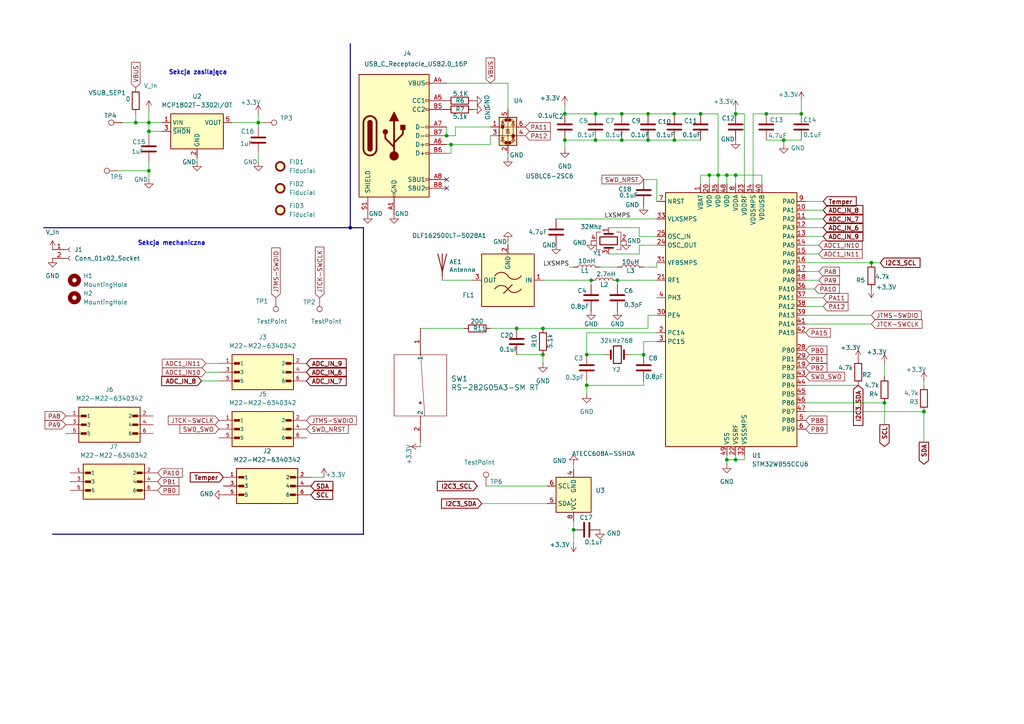
<source format=kicad_sch>
(kicad_sch (version 20231120) (generator "eeschema") (generator_version "8.0")
  (paper "A4")
  (lib_symbols
    (symbol "ALL_Components:M22-5320305" (pin_names (offset 1.016))
      (property "Reference" "J" (at -9.39 5.08 0))
      (property "Value" "M22-5320305" (at -8.89 -7.62 0))
      (symbol "M22-5320305_0_0"
        (pin passive line (at -12.7 2.54 0) (length 5.08) (name "1") (number "1"))
        (pin passive line (at 12.7 2.54 180) (length 5.08) (name "2") (number "2"))
        (pin passive line (at -12.7 0 0) (length 5.08) (name "3") (number "3"))
        (pin passive line (at 12.7 0 180) (length 5.08) (name "4") (number "4"))
        (pin passive line (at -12.7 -2.54 0) (length 5.08) (name "5") (number "5"))
        (pin passive line (at 12.7 -2.54 180) (length 5.08) (name "6") (number "6"))
      )
    )
    (symbol "ALL_Components:RS-282G05A3-SM_RT" (pin_names (offset 0.254))
      (property "Reference" "SW" (at 40.64 12.7 0))
      (property "Value" "RS-282G05A3-SM RT" (at 40.64 10.16 0))
      (symbol "RS-282G05A3-SM_RT_0_1"
        (pin unspecified line (at 25.4 0 0) (length 7.62) (name "1") (number "1"))
        (pin unspecified line (at 58.42 0 180) (length 7.62) (name "2") (number "2"))
      )
    )
    (symbol "Connector:Conn_01x02_Socket" (pin_names (offset 1.016) hide)
      (property "Reference" "J" (at 0 2.54 0))
      (property "Value" "Conn_01x02_Socket" (at 0 -5.08 0))
      (symbol "Conn_01x02_Socket_1_1"
        (pin passive line (at -5.08 0 0) (length 3.81) (name "Pin_1") (number "1"))
        (pin passive line (at -5.08 -2.54 0) (length 3.81) (name "Pin_2") (number "2"))
      )
    )
    (symbol "Connector:TestPoint" (pin_numbers hide) (pin_names (offset 0.762) hide)
      (property "Reference" "TP" (at 0 6.858 0))
      (property "Value" "TestPoint" (at 0 5.08 0))
      (symbol "TestPoint_1_1"
        (pin passive line (at 0 0 90) (length 2.54) (name "1") (number "1"))
      )
    )
    (symbol "Connector:USB_C_Receptacle_USB2.0_16P" (pin_names (offset 1.016))
      (property "Reference" "J" (at 0 22.225 0))
      (property "Value" "USB_C_Receptacle_USB2.0_16P" (at 0 19.685 0))
      (symbol "USB_C_Receptacle_USB2.0_16P_1_1"
        (pin passive line (at 0 -22.86 90) (length 5.08) (name "GND") (number "A1"))
        (pin passive line (at 0 -22.86 90) (length 5.08) hide (name "GND") (number "A12"))
        (pin passive line (at 15.24 15.24 180) (length 5.08) (name "VBUS") (number "A4"))
        (pin bidirectional line (at 15.24 10.16 180) (length 5.08) (name "CC1") (number "A5"))
        (pin bidirectional line (at 15.24 -2.54 180) (length 5.08) (name "D+") (number "A6"))
        (pin bidirectional line (at 15.24 2.54 180) (length 5.08) (name "D-") (number "A7"))
        (pin bidirectional line (at 15.24 -12.7 180) (length 5.08) (name "SBU1") (number "A8"))
        (pin passive line (at 15.24 15.24 180) (length 5.08) hide (name "VBUS") (number "A9"))
        (pin passive line (at 0 -22.86 90) (length 5.08) hide (name "GND") (number "B1"))
        (pin passive line (at 0 -22.86 90) (length 5.08) hide (name "GND") (number "B12"))
        (pin passive line (at 15.24 15.24 180) (length 5.08) hide (name "VBUS") (number "B4"))
        (pin bidirectional line (at 15.24 7.62 180) (length 5.08) (name "CC2") (number "B5"))
        (pin bidirectional line (at 15.24 -5.08 180) (length 5.08) (name "D+") (number "B6"))
        (pin bidirectional line (at 15.24 0 180) (length 5.08) (name "D-") (number "B7"))
        (pin bidirectional line (at 15.24 -15.24 180) (length 5.08) (name "SBU2") (number "B8"))
        (pin passive line (at 15.24 15.24 180) (length 5.08) hide (name "VBUS") (number "B9"))
        (pin passive line (at -7.62 -22.86 90) (length 5.08) (name "SHIELD") (number "S1"))
      )
    )
    (symbol "Device:Antenna" (pin_numbers hide) (pin_names (offset 1.016) hide)
      (property "Reference" "AE" (at -1.905 1.905 0))
      (property "Value" "Antenna" (at -1.905 0 0))
      (symbol "Antenna_1_1"
        (pin input line (at 0 -5.08 90) (length 2.54) (name "A") (number "1"))
      )
    )
    (symbol "Device:C" (pin_numbers hide) (pin_names (offset 0.254))
      (property "Reference" "C" (at 0.635 2.54 0))
      (property "Value" "C" (at 0.635 -2.54 0))
      (symbol "C_1_1"
        (pin passive line (at 0 3.81 270) (length 2.794) (name "~") (number "1"))
        (pin passive line (at 0 -3.81 90) (length 2.794) (name "~") (number "2"))
      )
    )
    (symbol "Device:Crystal" (pin_numbers hide) (pin_names (offset 1.016) hide)
      (property "Reference" "Y" (at 0 3.81 0))
      (property "Value" "Crystal" (at 0 -3.81 0))
      (symbol "Crystal_1_1"
        (pin passive line (at -3.81 0 0) (length 1.27) (name "1") (number "1"))
        (pin passive line (at 3.81 0 180) (length 1.27) (name "2") (number "2"))
      )
    )
    (symbol "Device:Crystal_GND24" (pin_names (offset 1.016) hide)
      (property "Reference" "Y" (at 3.175 5.08 0))
      (property "Value" "Crystal_GND24" (at 3.175 3.175 0))
      (symbol "Crystal_GND24_1_1"
        (pin passive line (at -3.81 0 0) (length 1.27) (name "1") (number "1"))
        (pin passive line (at 0 5.08 270) (length 1.27) (name "2") (number "2"))
        (pin passive line (at 3.81 0 180) (length 1.27) (name "3") (number "3"))
        (pin passive line (at 0 -5.08 90) (length 1.27) (name "4") (number "4"))
      )
    )
    (symbol "Device:L" (pin_numbers hide) (pin_names (offset 1.016) hide)
      (property "Reference" "L" (at -1.27 0 90))
      (property "Value" "L" (at 1.905 0 90))
      (symbol "L_1_1"
        (pin passive line (at 0 3.81 270) (length 1.27) (name "1") (number "1"))
        (pin passive line (at 0 -3.81 90) (length 1.27) (name "2") (number "2"))
      )
    )
    (symbol "Device:R" (pin_numbers hide) (pin_names (offset 0))
      (property "Reference" "R" (at 2.032 0 90))
      (property "Value" "R" (at 0 0 90))
      (symbol "R_1_1"
        (pin passive line (at 0 3.81 270) (length 1.27) (name "~") (number "1"))
        (pin passive line (at 0 -3.81 90) (length 1.27) (name "~") (number "2"))
      )
    )
    (symbol "MCU_ST_STM32WB:STM32WB55CCUx"
      (property "Reference" "U" (at -17.78 39.37 0))
      (property "Value" "STM32WB55CCUx" (at 12.7 39.37 0))
      (symbol "STM32WB55CCUx_1_1"
        (pin power_in line (at -7.62 40.64 270) (length 2.54) (name "VBAT") (number "1"))
        (pin bidirectional line (at 22.86 33.02 180) (length 2.54) (name "PA1") (number "10"))
        (pin bidirectional line (at 22.86 30.48 180) (length 2.54) (name "PA2") (number "11"))
        (pin bidirectional line (at 22.86 27.94 180) (length 2.54) (name "PA3") (number "12"))
        (pin bidirectional line (at 22.86 25.4 180) (length 2.54) (name "PA4") (number "13"))
        (pin bidirectional line (at 22.86 22.86 180) (length 2.54) (name "PA5") (number "14"))
        (pin bidirectional line (at 22.86 20.32 180) (length 2.54) (name "PA6") (number "15"))
        (pin bidirectional line (at 22.86 17.78 180) (length 2.54) (name "PA7") (number "16"))
        (pin bidirectional line (at 22.86 15.24 180) (length 2.54) (name "PA8") (number "17"))
        (pin bidirectional line (at 22.86 12.7 180) (length 2.54) (name "PA9") (number "18"))
        (pin bidirectional line (at 22.86 -12.7 180) (length 2.54) (name "PB2") (number "19"))
        (pin bidirectional line (at -20.32 -2.54 0) (length 2.54) (name "PC14") (number "2"))
        (pin power_in line (at -5.08 40.64 270) (length 2.54) (name "VDD") (number "20"))
        (pin bidirectional line (at -20.32 12.7 0) (length 2.54) (name "RF1") (number "21"))
        (pin power_in line (at 2.54 -38.1 90) (length 2.54) (name "VSSRF") (number "22"))
        (pin power_in line (at 5.08 40.64 270) (length 2.54) (name "VDDRF") (number "23"))
        (pin input line (at -20.32 22.86 0) (length 2.54) (name "OSC_OUT") (number "24"))
        (pin input line (at -20.32 25.4 0) (length 2.54) (name "OSC_IN") (number "25"))
        (pin no_connect line (at -17.78 -35.56 0) (length 2.54) hide (name "AT0") (number "26"))
        (pin no_connect line (at -17.78 -33.02 0) (length 2.54) hide (name "AT1") (number "27"))
        (pin bidirectional line (at 22.86 -7.62 180) (length 2.54) (name "PB0") (number "28"))
        (pin bidirectional line (at 22.86 -10.16 180) (length 2.54) (name "PB1") (number "29"))
        (pin bidirectional line (at -20.32 -5.08 0) (length 2.54) (name "PC15") (number "3"))
        (pin bidirectional line (at -20.32 2.54 0) (length 2.54) (name "PE4") (number "30"))
        (pin input line (at -20.32 17.78 0) (length 2.54) (name "VFBSMPS") (number "31"))
        (pin power_in line (at 5.08 -38.1 90) (length 2.54) (name "VSSSMPS") (number "32"))
        (pin power_in line (at -20.32 30.48 0) (length 2.54) (name "VLXSMPS") (number "33"))
        (pin power_in line (at 7.62 40.64 270) (length 2.54) (name "VDDSMPS") (number "34"))
        (pin power_in line (at -2.54 40.64 270) (length 2.54) (name "VDD") (number "35"))
        (pin bidirectional line (at 22.86 10.16 180) (length 2.54) (name "PA10") (number "36"))
        (pin bidirectional line (at 22.86 7.62 180) (length 2.54) (name "PA11") (number "37"))
        (pin bidirectional line (at 22.86 5.08 180) (length 2.54) (name "PA12") (number "38"))
        (pin bidirectional line (at 22.86 2.54 180) (length 2.54) (name "PA13") (number "39"))
        (pin bidirectional line (at -20.32 7.62 0) (length 2.54) (name "PH3") (number "4"))
        (pin power_in line (at 10.16 40.64 270) (length 2.54) (name "VDDUSB") (number "40"))
        (pin bidirectional line (at 22.86 0 180) (length 2.54) (name "PA14") (number "41"))
        (pin bidirectional line (at 22.86 -2.54 180) (length 2.54) (name "PA15") (number "42"))
        (pin bidirectional line (at 22.86 -15.24 180) (length 2.54) (name "PB3") (number "43"))
        (pin bidirectional line (at 22.86 -17.78 180) (length 2.54) (name "PB4") (number "44"))
        (pin bidirectional line (at 22.86 -20.32 180) (length 2.54) (name "PB5") (number "45"))
        (pin bidirectional line (at 22.86 -22.86 180) (length 2.54) (name "PB6") (number "46"))
        (pin bidirectional line (at 22.86 -25.4 180) (length 2.54) (name "PB7") (number "47"))
        (pin power_in line (at 0 40.64 270) (length 2.54) (name "VDD") (number "48"))
        (pin power_in line (at 0 -38.1 90) (length 2.54) (name "VSS") (number "49"))
        (pin bidirectional line (at 22.86 -27.94 180) (length 2.54) (name "PB8") (number "5"))
        (pin bidirectional line (at 22.86 -30.48 180) (length 2.54) (name "PB9") (number "6"))
        (pin input line (at -20.32 35.56 0) (length 2.54) (name "NRST") (number "7"))
        (pin power_in line (at 2.54 40.64 270) (length 2.54) (name "VDDA") (number "8"))
        (pin bidirectional line (at 22.86 35.56 180) (length 2.54) (name "PA0") (number "9"))
      )
    )
    (symbol "Mechanical:Fiducial" (exclude_from_sim yes) (in_bom no)
      (property "Reference" "FID" (at 0 5.08 0))
      (property "Value" "Fiducial" (at 0 3.175 0))
    )
    (symbol "Mechanical:MountingHole" (pin_names (offset 1.016)) (exclude_from_sim yes) (in_bom no)
      (property "Reference" "H" (at 0 5.08 0))
      (property "Value" "MountingHole" (at 0 3.175 0))
    )
    (symbol "Power_Protection:USBLC6-2SC6" (pin_names hide)
      (property "Reference" "U" (at 0.635 5.715 0))
      (property "Value" "USBLC6-2SC6" (at 0.635 3.81 0))
      (symbol "USBLC6-2SC6_1_1"
        (pin passive line (at -5.08 0 0) (length 2.54) (name "I/O1") (number "1"))
        (pin passive line (at 0 -7.62 90) (length 2.54) (name "GND") (number "2"))
        (pin passive line (at -5.08 -2.54 0) (length 2.54) (name "I/O2") (number "3"))
        (pin passive line (at 5.08 -2.54 180) (length 2.54) (name "I/O2") (number "4"))
        (pin passive line (at 0 5.08 270) (length 2.54) (name "VBUS") (number "5"))
        (pin passive line (at 5.08 0 180) (length 2.54) (name "I/O1") (number "6"))
      )
    )
    (symbol "RF_Filter:LFCN-2400"
      (property "Reference" "FL" (at 0 10.795 0))
      (property "Value" "LFCN-2400" (at 0 8.89 0))
      (symbol "LFCN-2400_1_1"
        (pin passive line (at -10.16 0 0) (length 2.54) (name "IN") (number "1"))
        (pin passive line (at 0 -10.16 90) (length 2.54) (name "GND") (number "2"))
        (pin passive line (at 10.16 0 180) (length 2.54) (name "OUT") (number "3"))
        (pin passive line (at 0 -10.16 90) (length 2.54) hide (name "GND") (number "4"))
      )
    )
    (symbol "Regulator_Linear:MCP1802x-xx02xOT"
      (property "Reference" "U" (at -6.35 6.35 0))
      (property "Value" "MCP1802x-xx02xOT" (at 0 6.35 0))
      (symbol "MCP1802x-xx02xOT_1_1"
        (pin power_in line (at -10.16 2.54 0) (length 2.54) (name "VIN") (number "1"))
        (pin power_in line (at 0 -7.62 90) (length 2.54) (name "GND") (number "2"))
        (pin input line (at -10.16 0 0) (length 2.54) (name "~{SHDN}") (number "3"))
        (pin no_connect line (at 7.62 0 180) (length 2.54) hide (name "NC") (number "4"))
        (pin power_out line (at 10.16 2.54 180) (length 2.54) (name "VOUT") (number "5"))
      )
    )
    (symbol "Security:ATECC608A-SSHDA"
      (property "Reference" "U" (at 3.81 6.35 0))
      (property "Value" "ATECC608A-SSHDA" (at 10.16 -6.35 0))
      (symbol "ATECC608A-SSHDA_1_1"
        (pin no_connect line (at -5.08 2.54 0) (length 2.54) hide (name "NC") (number "1"))
        (pin no_connect line (at -5.08 0 0) (length 2.54) hide (name "NC") (number "2"))
        (pin no_connect line (at -5.08 -2.54 0) (length 2.54) hide (name "NC") (number "3"))
        (pin power_in line (at 0 -7.62 90) (length 2.54) (name "GND") (number "4"))
        (pin bidirectional line (at 7.62 2.54 180) (length 2.54) (name "SDA") (number "5"))
        (pin input line (at 7.62 -2.54 180) (length 2.54) (name "SCL") (number "6"))
        (pin no_connect line (at 5.08 0 180) (length 2.54) hide (name "NC") (number "7"))
        (pin power_in line (at 0 7.62 270) (length 2.54) (name "VCC") (number "8"))
      )
    )
    (symbol "power:+3.3V" (power) (pin_numbers hide) (pin_names (offset 0) hide)
      (property "Value" "+3.3V" (at 0 3.556 0))
      (symbol "+3.3V_1_1"
        (pin power_in line (at 0 0 90) (length 0) (name "~") (number "1"))
      )
    )
    (symbol "power:GND" (power) (pin_numbers hide) (pin_names (offset 0) hide)
      (property "Value" "GND" (at 0 -3.81 0))
      (symbol "GND_1_1"
        (pin power_in line (at 0 0 270) (length 0) (name "~") (number "1"))
      )
    )
  )
  (junction (at 172.72 33.02))
  (junction (at 163.83 33.02))
  (junction (at 163.83 40.64))
  (junction (at 172.72 40.64))
  (junction (at 187.96 33.02))
  (junction (at 213.36 133.35))
  (junction (at 166.37 153.67))
  (junction (at 157.48 102.87))
  (junction (at 43.18 38.1))
  (junction (at 213.36 50.8))
  (junction (at 157.48 95.25))
  (junction (at 227.33 40.64))
  (junction (at 130.81 41.91))
  (junction (at 187.96 40.64))
  (junction (at 170.18 102.87))
  (junction (at 129.54 39.37))
  (junction (at 170.18 111.76))
  (junction (at 195.58 40.64))
  (junction (at 232.41 33.02))
  (junction (at 101.6 66.04))
  (junction (at 210.82 50.8))
  (junction (at 222.25 33.02))
  (junction (at 179.07 81.28))
  (junction (at 43.18 35.56))
  (junction (at 180.34 40.64))
  (junction (at 171.45 81.28))
  (junction (at 74.93 35.56))
  (junction (at 39.37 35.56))
  (junction (at 252.73 76.2))
  (junction (at 203.2 33.02))
  (junction (at 180.34 33.02))
  (junction (at 43.18 49.53))
  (junction (at 205.74 50.8))
  (junction (at 256.54 116.84))
  (junction (at 149.86 95.25))
  (junction (at 213.36 33.02))
  (junction (at 267.97 119.38))
  (junction (at 210.82 133.35))
  (junction (at 186.69 102.87))
  (junction (at 195.58 33.02))
  (junction (at 208.28 50.8))
  (no_connect (at 129.54 54.61))
  (no_connect (at 129.54 52.07))
  (wire (pts (xy 43.18 38.1) (xy 43.18 35.56)))
  (wire (pts (xy 213.36 33.02) (xy 215.9 33.02)))
  (wire (pts (xy 74.93 35.56) (xy 74.93 36.83)))
  (wire (pts (xy 170.18 111.76) (xy 170.18 114.3)))
  (wire (pts (xy 185.42 68.58) (xy 185.42 66.04)))
  (wire (pts (xy 210.82 133.35) (xy 213.36 133.35)))
  (bus (pts (xy 105.41 154.94) (xy 105.41 66.04)))
  (wire (pts (xy 58.42 110.49) (xy 63.5 110.49)))
  (wire (pts (xy 170.18 102.87) (xy 175.26 102.87)))
  (wire (pts (xy 195.58 33.02) (xy 203.2 33.02)))
  (wire (pts (xy 238.76 58.42) (xy 233.68 58.42)))
  (wire (pts (xy 187.96 91.44) (xy 187.96 95.25)))
  (wire (pts (xy 129.54 24.13) (xy 147.32 24.13)))
  (wire (pts (xy 67.31 35.56) (xy 74.93 35.56)))
  (wire (pts (xy 222.25 40.64) (xy 227.33 40.64)))
  (wire (pts (xy 213.36 31.75) (xy 213.36 33.02)))
  (wire (pts (xy 186.69 102.87) (xy 186.69 99.06)))
  (wire (pts (xy 34.29 49.53) (xy 43.18 49.53)))
  (wire (pts (xy 46.99 38.1) (xy 43.18 38.1)))
  (wire (pts (xy 140.97 140.97) (xy 158.75 140.97)))
  (wire (pts (xy 233.68 116.84) (xy 256.54 116.84)))
  (wire (pts (xy 187.96 33.02) (xy 195.58 33.02)))
  (wire (pts (xy 186.69 77.47) (xy 190.5 77.47)))
  (wire (pts (xy 129.54 44.45) (xy 130.81 44.45)))
  (wire (pts (xy 170.18 110.49) (xy 170.18 111.76)))
  (wire (pts (xy 132.08 39.37) (xy 132.08 36.83)))
  (wire (pts (xy 238.76 68.58) (xy 233.68 68.58)))
  (wire (pts (xy 213.36 133.35) (xy 213.36 132.08)))
  (wire (pts (xy 190.5 68.58) (xy 185.42 68.58)))
  (wire (pts (xy 237.49 73.66) (xy 233.68 73.66)))
  (wire (pts (xy 208.28 50.8) (xy 210.82 50.8)))
  (wire (pts (xy 238.76 88.9) (xy 233.68 88.9)))
  (wire (pts (xy 43.18 38.1) (xy 43.18 39.37)))
  (wire (pts (xy 237.49 71.12) (xy 233.68 71.12)))
  (wire (pts (xy 163.83 33.02) (xy 172.72 33.02)))
  (wire (pts (xy 203.2 53.34) (xy 203.2 50.8)))
  (wire (pts (xy 186.69 52.07) (xy 190.5 52.07)))
  (wire (pts (xy 233.68 76.2) (xy 252.73 76.2)))
  (wire (pts (xy 39.37 33.02) (xy 39.37 35.56)))
  (wire (pts (xy 43.18 35.56) (xy 46.99 35.56)))
  (wire (pts (xy 93.98 138.43) (xy 90.17 138.43)))
  (wire (pts (xy 121.92 95.25) (xy 134.62 95.25)))
  (wire (pts (xy 190.5 77.47) (xy 190.5 76.2)))
  (wire (pts (xy 43.18 52.07) (xy 43.18 49.53)))
  (wire (pts (xy 161.29 63.5) (xy 190.5 63.5)))
  (wire (pts (xy 213.36 133.35) (xy 215.9 133.35)))
  (wire (pts (xy 179.07 81.28) (xy 179.07 82.55)))
  (wire (pts (xy 203.2 50.8) (xy 205.74 50.8)))
  (wire (pts (xy 256.54 109.22) (xy 256.54 105.41)))
  (wire (pts (xy 39.37 35.56) (xy 43.18 35.56)))
  (wire (pts (xy 59.69 105.41) (xy 63.5 105.41)))
  (wire (pts (xy 233.68 119.38) (xy 267.97 119.38)))
  (wire (pts (xy 218.44 33.02) (xy 218.44 53.34)))
  (wire (pts (xy 130.81 41.91) (xy 129.54 41.91)))
  (wire (pts (xy 43.18 31.75) (xy 43.18 35.56)))
  (wire (pts (xy 213.36 50.8) (xy 220.98 50.8)))
  (wire (pts (xy 190.5 96.52) (xy 170.18 96.52)))
  (wire (pts (xy 163.83 40.64) (xy 163.83 43.18)))
  (wire (pts (xy 180.34 33.02) (xy 187.96 33.02)))
  (wire (pts (xy 205.74 50.8) (xy 208.28 50.8)))
  (wire (pts (xy 128.27 81.28) (xy 137.16 81.28)))
  (wire (pts (xy 173.99 77.47) (xy 179.07 77.47)))
  (bus (pts (xy 105.41 66.04) (xy 101.6 66.04)))
  (wire (pts (xy 210.82 133.35) (xy 210.82 134.62)))
  (wire (pts (xy 166.37 157.48) (xy 166.37 153.67)))
  (wire (pts (xy 208.28 50.8) (xy 208.28 53.34)))
  (wire (pts (xy 166.37 153.67) (xy 166.37 151.13)))
  (wire (pts (xy 139.7 146.05) (xy 158.75 146.05)))
  (wire (pts (xy 267.97 110.49) (xy 267.97 111.76)))
  (wire (pts (xy 195.58 40.64) (xy 203.2 40.64)))
  (wire (pts (xy 227.33 41.91) (xy 227.33 40.64)))
  (wire (pts (xy 147.32 45.72) (xy 147.32 44.45)))
  (wire (pts (xy 170.18 96.52) (xy 170.18 102.87)))
  (wire (pts (xy 76.2 35.56) (xy 74.93 35.56)))
  (wire (pts (xy 130.81 44.45) (xy 130.81 41.91)))
  (wire (pts (xy 176.53 66.04) (xy 185.42 66.04)))
  (wire (pts (xy 238.76 86.36) (xy 233.68 86.36)))
  (wire (pts (xy 157.48 81.28) (xy 171.45 81.28)))
  (wire (pts (xy 185.42 73.66) (xy 185.42 71.12)))
  (wire (pts (xy 149.86 102.87) (xy 157.48 102.87)))
  (wire (pts (xy 210.82 50.8) (xy 213.36 50.8)))
  (wire (pts (xy 176.53 73.66) (xy 185.42 73.66)))
  (wire (pts (xy 172.72 40.64) (xy 180.34 40.64)))
  (wire (pts (xy 142.24 95.25) (xy 149.86 95.25)))
  (wire (pts (xy 190.5 52.07) (xy 190.5 58.42)))
  (wire (pts (xy 187.96 40.64) (xy 195.58 40.64)))
  (wire (pts (xy 220.98 50.8) (xy 220.98 53.34)))
  (wire (pts (xy 232.41 29.21) (xy 232.41 33.02)))
  (wire (pts (xy 227.33 40.64) (xy 232.41 40.64)))
  (bus (pts (xy 101.6 12.7) (xy 101.6 66.04)))
  (wire (pts (xy 215.9 33.02) (xy 215.9 53.34)))
  (wire (pts (xy 233.68 111.76) (xy 248.92 111.76)))
  (wire (pts (xy 232.41 33.02) (xy 222.25 33.02)))
  (wire (pts (xy 222.25 33.02) (xy 218.44 33.02)))
  (wire (pts (xy 166.37 134.62) (xy 166.37 135.89)))
  (wire (pts (xy 255.27 76.2) (xy 252.73 76.2)))
  (wire (pts (xy 237.49 78.74) (xy 233.68 78.74)))
  (wire (pts (xy 205.74 50.8) (xy 205.74 53.34)))
  (wire (pts (xy 129.54 39.37) (xy 132.08 39.37)))
  (wire (pts (xy 179.07 81.28) (xy 190.5 81.28)))
  (wire (pts (xy 187.96 95.25) (xy 157.48 95.25)))
  (wire (pts (xy 132.08 36.83) (xy 142.24 36.83)))
  (wire (pts (xy 256.54 116.84) (xy 256.54 123.19)))
  (wire (pts (xy 59.69 107.95) (xy 63.5 107.95)))
  (wire (pts (xy 180.34 40.64) (xy 187.96 40.64)))
  (wire (pts (xy 233.68 93.98) (xy 252.73 93.98)))
  (wire (pts (xy 182.88 102.87) (xy 186.69 102.87)))
  (wire (pts (xy 233.68 91.44) (xy 252.73 91.44)))
  (wire (pts (xy 172.72 33.02) (xy 180.34 33.02)))
  (wire (pts (xy 149.86 95.25) (xy 157.48 95.25)))
  (bus (pts (xy 12.7 66.04) (xy 101.6 66.04)))
  (wire (pts (xy 163.83 40.64) (xy 172.72 40.64)))
  (wire (pts (xy 267.97 128.27) (xy 267.97 119.38)))
  (wire (pts (xy 142.24 41.91) (xy 130.81 41.91)))
  (wire (pts (xy 43.18 46.99) (xy 43.18 49.53)))
  (wire (pts (xy 208.28 33.02) (xy 203.2 33.02)))
  (wire (pts (xy 185.42 71.12) (xy 190.5 71.12)))
  (wire (pts (xy 166.37 77.47) (xy 165.1 77.47)))
  (wire (pts (xy 215.9 133.35) (xy 215.9 132.08)))
  (wire (pts (xy 74.93 33.02) (xy 74.93 35.56)))
  (wire (pts (xy 186.69 111.76) (xy 186.69 110.49)))
  (wire (pts (xy 210.82 133.35) (xy 210.82 132.08)))
  (wire (pts (xy 171.45 81.28) (xy 171.45 82.55)))
  (wire (pts (xy 121.92 129.54) (xy 121.92 128.27)))
  (wire (pts (xy 236.22 83.82) (xy 233.68 83.82)))
  (wire (pts (xy 238.76 63.5) (xy 233.68 63.5)))
  (wire (pts (xy 142.24 39.37) (xy 142.24 41.91)))
  (wire (pts (xy 208.28 33.02) (xy 208.28 50.8)))
  (wire (pts (xy 213.36 50.8) (xy 213.36 53.34)))
  (wire (pts (xy 157.48 102.87) (xy 157.48 105.41)))
  (wire (pts (xy 35.56 35.56) (xy 39.37 35.56)))
  (wire (pts (xy 190.5 91.44) (xy 187.96 91.44)))
  (wire (pts (xy 147.32 24.13) (xy 147.32 31.75)))
  (wire (pts (xy 238.76 66.04) (xy 233.68 66.04)))
  (wire (pts (xy 163.83 30.48) (xy 163.83 33.02)))
  (wire (pts (xy 147.32 71.12) (xy 147.32 69.85)))
  (wire (pts (xy 74.93 46.99) (xy 74.93 44.45)))
  (wire (pts (xy 57.15 46.99) (xy 57.15 45.72)))
  (wire (pts (xy 186.69 99.06) (xy 190.5 99.06)))
  (wire (pts (xy 129.54 36.83) (xy 129.54 39.37)))
  (wire (pts (xy 210.82 50.8) (xy 210.82 53.34)))
  (wire (pts (xy 237.49 81.28) (xy 233.68 81.28)))
  (wire (pts (xy 238.76 60.96) (xy 233.68 60.96)))
  (wire (pts (xy 170.18 111.76) (xy 186.69 111.76)))
  (bus (pts (xy 15.24 154.94) (xy 105.41 154.94)))
  (text "Sekcja mechaniczna" (at 49.784 70.612 0) (effects (font (size 1.27 1.27) (thickness 0.254) (bold yes))))
  (text "Sekcja zasilająca" (at 57.404 21.082 0) (effects (font (size 1.27 1.27) (thickness 0.254) (bold yes))))
  (label "LXSMPS" (at 182.88 63.5 180))
  (label "LXSMPS" (at 165.1 77.47 180))
  (global_label "ADC1_IN10" (shape input) (at 237.49 71.12 0) (property "Intersheetrefs" "${INTERSHEET_REFS}" (effects (hide yes))))
  (global_label "ADC_IN_8" (shape input) (at 58.42 110.49 180) (effects (font (bold yes))) (property "Intersheetrefs" "${INTERSHEET_REFS}" (effects (hide yes))))
  (global_label "PA9" (shape input) (at 19.05 123.19 180) (property "Intersheetrefs" "${INTERSHEET_REFS}" (effects (hide yes))))
  (global_label "PB9" (shape input) (at 233.68 124.46 0) (property "Intersheetrefs" "${INTERSHEET_REFS}" (effects (hide yes))))
  (global_label "VBUS" (shape input) (at 142.24 24.13 90) (property "Intersheetrefs" "${INTERSHEET_REFS}" (effects (hide yes))))
  (global_label "PA12" (shape input) (at 238.76 88.9 0) (property "Intersheetrefs" "${INTERSHEET_REFS}" (effects (hide yes))))
  (global_label "ADC1_IN11" (shape input) (at 237.49 73.66 0) (property "Intersheetrefs" "${INTERSHEET_REFS}" (effects (hide yes))))
  (global_label "I2C3_SDA" (shape input) (at 139.7 146.05 180) (effects (font (bold yes))) (property "Intersheetrefs" "${INTERSHEET_REFS}" (effects (hide yes))))
  (global_label "JTMS-SWDIO" (shape input) (at 88.9 121.92 0) (property "Intersheetrefs" "${INTERSHEET_REFS}" (effects (hide yes))))
  (global_label "PB0" (shape input) (at 233.68 101.6 0) (property "Intersheetrefs" "${INTERSHEET_REFS}" (effects (hide yes))))
  (global_label "PB1" (shape input) (at 233.68 104.14 0) (property "Intersheetrefs" "${INTERSHEET_REFS}" (effects (hide yes))))
  (global_label "PB2" (shape input) (at 233.68 106.68 0) (property "Intersheetrefs" "${INTERSHEET_REFS}" (effects (hide yes))))
  (global_label "PA11" (shape input) (at 152.4 36.83 0) (property "Intersheetrefs" "${INTERSHEET_REFS}" (effects (hide yes))))
  (global_label "JTMS-SWDIO" (shape input) (at 80.01 86.36 90) (property "Intersheetrefs" "${INTERSHEET_REFS}" (effects (hide yes))))
  (global_label "SWD_SWO" (shape input) (at 233.68 109.22 0) (property "Intersheetrefs" "${INTERSHEET_REFS}" (effects (hide yes))))
  (global_label "PA15" (shape input) (at 233.68 96.52 0) (property "Intersheetrefs" "${INTERSHEET_REFS}" (effects (hide yes))))
  (global_label "ADC_IN_7" (shape input) (at 238.76 63.5 0) (effects (font (bold yes))) (property "Intersheetrefs" "${INTERSHEET_REFS}" (effects (hide yes))))
  (global_label "PA8" (shape input) (at 19.05 120.65 180) (property "Intersheetrefs" "${INTERSHEET_REFS}" (effects (hide yes))))
  (global_label "SDA" (shape input) (at 90.17 140.97 0) (effects (font (bold yes))) (property "Intersheetrefs" "${INTERSHEET_REFS}" (effects (hide yes))))
  (global_label "ADC_IN_8" (shape input) (at 238.76 60.96 0) (effects (font (bold yes))) (property "Intersheetrefs" "${INTERSHEET_REFS}" (effects (hide yes))))
  (global_label "VBUS" (shape input) (at 39.37 25.4 90) (property "Intersheetrefs" "${INTERSHEET_REFS}" (effects (hide yes))))
  (global_label "ADC_IN_7" (shape input) (at 88.9 110.49 0) (effects (font (bold yes))) (property "Intersheetrefs" "${INTERSHEET_REFS}" (effects (hide yes))))
  (global_label "ADC1_IN11" (shape input) (at 59.69 105.41 180) (property "Intersheetrefs" "${INTERSHEET_REFS}" (effects (hide yes))))
  (global_label "PA12" (shape input) (at 152.4 39.37 0) (property "Intersheetrefs" "${INTERSHEET_REFS}" (effects (hide yes))))
  (global_label "PA8" (shape input) (at 237.49 78.74 0) (property "Intersheetrefs" "${INTERSHEET_REFS}" (effects (hide yes))))
  (global_label "PB8" (shape input) (at 233.68 121.92 0) (property "Intersheetrefs" "${INTERSHEET_REFS}" (effects (hide yes))))
  (global_label "JTCK-SWCLK" (shape input) (at 252.73 93.98 0) (property "Intersheetrefs" "${INTERSHEET_REFS}" (effects (hide yes))))
  (global_label "I2C3_SDA" (shape input) (at 248.92 111.76 270) (effects (font (bold yes))) (property "Intersheetrefs" "${INTERSHEET_REFS}" (effects (hide yes))))
  (global_label "ADC_IN_9" (shape input) (at 88.9 105.41 0) (effects (font (bold yes))) (property "Intersheetrefs" "${INTERSHEET_REFS}" (effects (hide yes))))
  (global_label "PA9" (shape input) (at 237.49 81.28 0) (property "Intersheetrefs" "${INTERSHEET_REFS}" (effects (hide yes))))
  (global_label "SCL" (shape input) (at 90.17 143.51 0) (effects (font (bold yes))) (property "Intersheetrefs" "${INTERSHEET_REFS}" (effects (hide yes))))
  (global_label "PA10" (shape input) (at 45.72 137.16 0) (property "Intersheetrefs" "${INTERSHEET_REFS}" (effects (hide yes))))
  (global_label "ADC1_IN10" (shape input) (at 59.69 107.95 180) (property "Intersheetrefs" "${INTERSHEET_REFS}" (effects (hide yes))))
  (global_label "SDA" (shape output) (at 267.97 128.27 270) (effects (font (bold yes))) (property "Intersheetrefs" "${INTERSHEET_REFS}" (effects (hide yes))))
  (global_label "PA11" (shape input) (at 238.76 86.36 0) (property "Intersheetrefs" "${INTERSHEET_REFS}" (effects (hide yes))))
  (global_label "ADC_IN_6" (shape input) (at 88.9 107.95 0) (effects (font (bold yes))) (property "Intersheetrefs" "${INTERSHEET_REFS}" (effects (hide yes))))
  (global_label "SWD_NRST" (shape input) (at 186.69 52.07 180) (property "Intersheetrefs" "${INTERSHEET_REFS}" (effects (hide yes))))
  (global_label "JTMS-SWDIO" (shape input) (at 252.73 91.44 0) (property "Intersheetrefs" "${INTERSHEET_REFS}" (effects (hide yes))))
  (global_label "Temper" (shape input) (at 238.76 58.42 0) (effects (font (bold yes))) (property "Intersheetrefs" "${INTERSHEET_REFS}" (effects (hide yes))))
  (global_label "JTCK-SWCLK" (shape input) (at 92.71 86.36 90) (property "Intersheetrefs" "${INTERSHEET_REFS}" (effects (hide yes))))
  (global_label "ADC_IN_9" (shape input) (at 238.76 68.58 0) (effects (font (bold yes))) (property "Intersheetrefs" "${INTERSHEET_REFS}" (effects (hide yes))))
  (global_label "PB0" (shape input) (at 45.72 142.24 0) (property "Intersheetrefs" "${INTERSHEET_REFS}" (effects (hide yes))))
  (global_label "SCL" (shape output) (at 256.54 123.19 270) (effects (font (bold yes))) (property "Intersheetrefs" "${INTERSHEET_REFS}" (effects (hide yes))))
  (global_label "PB1" (shape input) (at 45.72 139.7 0) (property "Intersheetrefs" "${INTERSHEET_REFS}" (effects (hide yes))))
  (global_label "ADC_IN_6" (shape input) (at 238.76 66.04 0) (effects (font (bold yes))) (property "Intersheetrefs" "${INTERSHEET_REFS}" (effects (hide yes))))
  (global_label "PA10" (shape input) (at 236.22 83.82 0) (property "Intersheetrefs" "${INTERSHEET_REFS}" (effects (hide yes))))
  (global_label "I2C3_SCL" (shape input) (at 138.43 140.97 180) (effects (font (bold yes))) (property "Intersheetrefs" "${INTERSHEET_REFS}" (effects (hide yes))))
  (global_label "SWD_SWO" (shape input) (at 63.5 124.46 180) (property "Intersheetrefs" "${INTERSHEET_REFS}" (effects (hide yes))))
  (global_label "JTCK-SWCLK" (shape input) (at 63.5 121.92 180) (property "Intersheetrefs" "${INTERSHEET_REFS}" (effects (hide yes))))
  (global_label "I2C3_SCL" (shape input) (at 255.27 76.2 0) (effects (font (bold yes))) (property "Intersheetrefs" "${INTERSHEET_REFS}" (effects (hide yes))))
  (global_label "Temper" (shape input) (at 64.77 138.43 180) (effects (font (bold yes))) (property "Intersheetrefs" "${INTERSHEET_REFS}" (effects (hide yes))))
  (global_label "SWD_NRST" (shape input) (at 88.9 124.46 0) (property "Intersheetrefs" "${INTERSHEET_REFS}" (effects (hide yes))))
  (symbol (lib_id "power:GND") (at 227.33 41.91 0) (unit 1)
    (property "Reference" "#PWR013" (effects (hide yes)))
    (property "Value" "GND" (at 231.394 42.926 0))
    (property "Description" "Power symbol creates a global label with name \"GND\" , ground" (effects (hide yes)))
  )
  (symbol (lib_id "Device:C") (at 171.45 86.36 180) (unit 1)
    (property "Reference" "C4" (at 170.18 84.328 0) (effects (justify left)))
    (property "Value" "0.8pF" (at 170.942 88.9 0) (effects (justify left)))
    (property "Footprint" "Capacitor_SMD:C_0402_1005Metric_Pad0.74x0.62mm_HandSolder" (effects (hide yes)))
    (property "Description" "Unpolarized capacitor" (effects (hide yes)))
    (property "MANUFACTURER" "YAGEO" (effects (hide yes)))
    (property "Manufacturer Product Number" "CC0402BRNPO9BNR80" (effects (hide yes)))
    (property "Provider" "https://www.digikey.pl/en/products/detail/yageo/CC0402BRNPO9BNR80/5883200" (effects (hide yes)))
  )
  (symbol (lib_id "Device:C") (at 170.18 153.67 90) (unit 1)
    (property "Reference" "C17" (at 171.958 150.114 90) (effects (justify left)))
    (property "Value" "0.1uF" (at 175.006 157.226 90) (effects (justify left)))
    (property "Footprint" "Capacitor_SMD:C_0402_1005Metric_Pad0.74x0.62mm_HandSolder" (effects (hide yes)))
    (property "Description" "Unpolarized capacitor" (effects (hide yes)))
    (property "MANUFACTURER" "YAEGO" (effects (hide yes)))
    (property "Manufacturer Product Number" "CL10B104KB8NNNC" (effects (hide yes)))
    (property "PARTREV" "CC0402JRNPO9BN101" (effects (hide yes)))
    (property "Provider" "https://www.digikey.pl/en/products/detail/samsung-electro-mechanics/CL10B104KB8NNNC/3886658" (effects (hide yes)))
  )
  (symbol (lib_id "power:GND") (at 147.32 45.72 0) (unit 1)
    (property "Reference" "#PWR034" (effects (hide yes)))
    (property "Value" "GND" (at 151.892 44.958 0) (effects (justify right)))
    (property "Description" "Power symbol creates a global label with name \"GND\" , ground" (effects (hide yes)))
  )
  (symbol (lib_id "power:+3.3V") (at 267.97 110.49 0) (unit 1)
    (property "Reference" "#PWR027" (effects (hide yes)))
    (property "Value" "+3.3V" (at 265.684 107.188 0))
    (property "Description" "Power symbol creates a global label with name \"+3.3V\"" (effects (hide yes)))
  )
  (symbol (lib_id "ALL_Components:M22-5320305") (at 33.02 139.7 0) (unit 1)
    (property "Reference" "J7" (at 33.02 129.54 0))
    (property "Value" "M22-M22-6340342" (at 33.02 132.08 0))
    (property "Footprint" "ALL_FOOTRPINTS:HARWIN_M22-6340342" (effects (hide yes)))
    (property "MANUFACTURER" "HARWIN" (effects (hide yes)))
    (property "STANDARD" "Manufacturer Recommendations" (effects (hide yes)))
    (property "Manufacturer Product Number" "M22-6340342" (effects (hide yes)))
    (property "Provider" "https://www.digikey.pl/en/products/detail/harwin-inc/M22-6340342/2264326" (effects (hide yes)))
  )
  (symbol (lib_id "power:+3.3V") (at 232.41 29.21 0) (unit 1)
    (property "Reference" "#PWR014" (effects (hide yes)))
    (property "Value" "+3.3V" (at 228.6 27.432 0))
    (property "Description" "Power symbol creates a global label with name \"+3.3V\"" (effects (hide yes)))
  )
  (symbol (lib_id "power:GND") (at 179.07 90.17 0) (unit 1)
    (property "Reference" "#PWR08" (effects (hide yes)))
    (property "Value" "GND" (at 179.07 93.98 0))
    (property "Description" "Power symbol creates a global label with name \"GND\" , ground" (effects (hide yes)))
  )
  (symbol (lib_id "Device:C") (at 195.58 36.83 0) (unit 1)
    (property "Reference" "C10" (at 190.754 35.306 0) (effects (justify left)))
    (property "Value" "0.1uF" (at 190.246 39.116 0) (effects (justify left)))
    (property "Footprint" "Capacitor_SMD:C_0402_1005Metric_Pad0.74x0.62mm_HandSolder" (effects (hide yes)))
    (property "Description" "Unpolarized capacitor" (effects (hide yes)))
    (property "MANUFACTURER" "YAEGO" (effects (hide yes)))
    (property "Manufacturer Product Number" "CL10B104KB8NNNC" (effects (hide yes)))
    (property "PARTREV" "CC0402JRNPO9BN101" (effects (hide yes)))
    (property "Provider" "https://www.digikey.pl/en/products/detail/samsung-electro-mechanics/CL10B104KB8NNNC/3886658" (effects (hide yes)))
  )
  (symbol (lib_id "power:+3.3V") (at 248.92 104.14 0) (unit 1)
    (property "Reference" "#PWR032" (effects (hide yes)))
    (property "Value" "+3.3V" (at 246.634 100.838 0))
    (property "Description" "Power symbol creates a global label with name \"+3.3V\"" (effects (hide yes)))
  )
  (symbol (lib_id "power:GND") (at 166.37 134.62 180) (unit 1)
    (property "Reference" "#PWR030" (effects (hide yes)))
    (property "Value" "GND" (at 162.306 133.604 0))
    (property "Description" "Power symbol creates a global label with name \"GND\" , ground" (effects (hide yes)))
  )
  (symbol (lib_id "ALL_Components:M22-5320305") (at 76.2 107.95 0) (unit 1)
    (property "Reference" "J3" (at 76.2 97.79 0))
    (property "Value" "M22-M22-6340342" (at 76.2 100.33 0))
    (property "Footprint" "ALL_FOOTRPINTS:HARWIN_M22-6340342" (effects (hide yes)))
    (property "MANUFACTURER" "HARWIN" (effects (hide yes)))
    (property "STANDARD" "Manufacturer Recommendations" (effects (hide yes)))
    (property "Manufacturer Product Number" "M22-6340342" (effects (hide yes)))
    (property "Provider" "https://www.digikey.pl/en/products/detail/harwin-inc/M22-6340342/2264326" (effects (hide yes)))
  )
  (symbol (lib_id "Device:R") (at 256.54 113.03 0) (unit 1)
    (property "Reference" "R4" (at 254.762 114.3 0) (effects (justify right)))
    (property "Value" "4.7k" (at 255.016 111.76 0) (effects (justify right)))
    (property "Footprint" "Resistor_SMD:R_0402_1005Metric_Pad0.72x0.64mm_HandSolder" (effects (hide yes)))
    (property "Description" "Resistor" (effects (hide yes)))
    (property "MANUFACTURER" "YAGEO" (effects (hide yes)))
    (property "Manufacturer Product Number" "RC0402JR-074K7L" (effects (hide yes)))
    (property "Provider" "https://www.digikey.pl/en/products/detail/yageo/RC0402JR-074K7L/726477" (effects (hide yes)))
  )
  (symbol (lib_id "MCU_ST_STM32WB:STM32WB55CCUx") (at 210.82 93.98 0) (unit 1)
    (property "Reference" "U1" (at 218.0941 132.08 0) (effects (justify left)))
    (property "Value" "STM32WB55CCU6" (at 218.0941 134.62 0) (effects (justify left)))
    (property "Footprint" "Package_DFN_QFN:QFN-48-1EP_7x7mm_P0.5mm_EP5.6x5.6mm" (effects (hide yes)))
    (property "Datasheet" "https://www.st.com/resource/en/datasheet/stm32wb55cc.pdf" (effects (hide yes)))
    (property "Description" "STMicroelectronics Arm Cortex-M4 MCU, 256KB flash, 128KB RAM, 64 MHz, 1.71-3.6V, 30 GPIO, UFQFPN48" (effects (hide yes)))
    (property "MANUFACTURER" "STM" (effects (hide yes)))
    (property "Manufacturer Product Number" "  STM32WB55CEU6" (effects (hide yes)))
    (property "Provider" "https://www.digikey.pl/en/products/detail/stmicroelectronics/STM32WB55CEU6/9919555" (effects (hide yes)))
  )
  (symbol (lib_id "Device:R") (at 138.43 95.25 90) (unit 1)
    (property "Reference" "R11" (at 137.16 95.25 90) (effects (justify right)))
    (property "Value" "200" (at 136.398 93.218 90) (effects (justify right)))
    (property "Footprint" "Resistor_SMD:R_0402_1005Metric_Pad0.72x0.64mm_HandSolder" (effects (hide yes)))
    (property "Description" "Resistor" (effects (hide yes)))
    (property "MANUFACTURER" "Panasonic Electronic Components" (effects (hide yes)))
    (property "Manufacturer Product Number" "https://www.digikey.pl/en/products/detail/panasonic-electronic-components/ERA-2AEB201X/1705988" (effects (hide yes)))
    (property "Provider" "https://www.digikey.pl/en/products/detail/panasonic-electronic-components/ERA-2AEB201X/1705988" (effects (hide yes)))
  )
  (symbol (lib_id "Device:C") (at 179.07 86.36 180) (unit 1)
    (property "Reference" "C6" (at 183.642 84.328 0) (effects (justify left)))
    (property "Value" "0.3pF" (at 186.436 88.392 0) (effects (justify left)))
    (property "Footprint" "Capacitor_SMD:C_0402_1005Metric_Pad0.74x0.62mm_HandSolder" (effects (hide yes)))
    (property "Description" "Unpolarized capacitor" (effects (hide yes)))
    (property "MANUFACTURER" "Murata Electronics" (effects (hide yes)))
    (property "Manufacturer Product Number" "GCM1555C1HR30BA16D" (effects (hide yes)))
    (property "Provider" "https://www.digikey.pl/en/products/detail/murata-electronics/GCM1555C1HR30BA16D/4903694" (effects (hide yes)))
  )
  (symbol (lib_id "Device:R") (at 133.35 31.75 90) (unit 1)
    (property "Reference" "R7" (at 132.08 31.75 90) (effects (justify right)))
    (property "Value" "5.1k" (at 131.318 33.782 90) (effects (justify right)))
    (property "Footprint" "Resistor_SMD:R_0402_1005Metric_Pad0.72x0.64mm_HandSolder" (effects (hide yes)))
    (property "Description" "Resistor" (effects (hide yes)))
    (property "MANUFACTURER" "KOA Speer Electronics, Inc." (effects (hide yes)))
    (property "Manufacturer Product Number" "RK73B1ETTP512J" (effects (hide yes)))
    (property "Provider" "https://www.digikey.pl/en/products/detail/koa-speer-electronics-inc/RK73B1ETTP512J/9843991" (effects (hide yes)))
  )
  (symbol (lib_id "power:GND") (at 213.36 40.64 0) (unit 1)
    (property "Reference" "#PWR012" (effects (hide yes)))
    (property "Value" "GND" (at 211.074 40.386 0))
    (property "Description" "Power symbol creates a global label with name \"GND\" , ground" (effects (hide yes)))
  )
  (symbol (lib_id "Device:Crystal_GND24") (at 176.53 69.85 270) (unit 1)
    (property "Reference" "Y1" (at 173.228 73.406 90))
    (property "Value" "32Mhz" (at 171.45 65.786 90))
    (property "Footprint" "Crystal:Crystal_SMD_2016-4Pin_2.0x1.6mm" (effects (hide yes)))
    (property "Description" "Four pin crystal, GND on pins 2 and 4" (effects (hide yes)))
    (property "MANUFACTURER" "NDK (NIHON DEMPA KOGYO CO., LTD)" (effects (hide yes)))
    (property "Manufacturer Product Number" "CS06465-32M" (effects (hide yes)))
    (property "Provider" "https://www.digikey.pl/en/products/detail/ndk-nihon-dempa-kogyo-co-ltd/CS06465-32M/7645290" (effects (hide yes)))
  )
  (symbol (lib_id "power:GND") (at 210.82 134.62 0) (unit 1)
    (property "Reference" "#PWR010" (effects (hide yes)))
    (property "Value" "GND" (at 210.82 139.7 0))
    (property "Description" "Power symbol creates a global label with name \"GND\" , ground" (effects (hide yes)))
  )
  (symbol (lib_id "power:GND") (at 181.61 69.85 0) (unit 1)
    (property "Reference" "#PWR09" (effects (hide yes)))
    (property "Value" "GND" (at 183.896 69.85 0))
    (property "Description" "Power symbol creates a global label with name \"GND\" , ground" (effects (hide yes)))
  )
  (symbol (lib_id "Mechanical:Fiducial") (at 81.28 60.96 0) (unit 1) (exclude_from_sim yes) (in_bom no)
    (property "Reference" "FID3" (at 83.82 59.6899 0) (effects (justify left)))
    (property "Value" "Fiducial" (at 83.82 62.2299 0) (effects (justify left)))
    (property "Footprint" "Fiducial:Fiducial_0.5mm_Mask1mm" (effects (hide yes)))
    (property "Description" "Fiducial Marker" (effects (hide yes)))
  )
  (symbol (lib_id "Device:R") (at 157.48 99.06 180) (unit 1)
    (property "Reference" "R10" (at 154.94 100.838 90) (effects (justify right)))
    (property "Value" "5.1k" (at 159.512 101.092 90) (effects (justify right)))
    (property "Footprint" "Resistor_SMD:R_0402_1005Metric_Pad0.72x0.64mm_HandSolder" (effects (hide yes)))
    (property "Description" "Resistor" (effects (hide yes)))
    (property "MANUFACTURER" "KOA Speer Electronics, Inc." (effects (hide yes)))
    (property "Manufacturer Product Number" "RK73B1ETTP512J" (effects (hide yes)))
    (property "Provider" "https://www.digikey.pl/en/products/detail/koa-speer-electronics-inc/RK73B1ETTP512J/9843991" (effects (hide yes)))
  )
  (symbol (lib_id "ALL_Components:M22-5320305") (at 77.47 140.97 0) (unit 1)
    (property "Reference" "J2" (at 77.47 130.81 0))
    (property "Value" "M22-M22-6340342" (at 77.47 133.35 0))
    (property "Footprint" "ALL_FOOTRPINTS:HARWIN_M22-6340342" (effects (hide yes)))
    (property "MANUFACTURER" "HARWIN" (effects (hide yes)))
    (property "STANDARD" "Manufacturer Recommendations" (effects (hide yes)))
    (property "Manufacturer Product Number" "M22-6340342" (effects (hide yes)))
    (property "Provider" "https://www.digikey.pl/en/products/detail/harwin-inc/M22-6340342/2264326" (effects (hide yes)))
  )
  (symbol (lib_id "ALL_Components:RS-282G05A3-SM_RT") (at 121.92 69.85 270) (unit 1)
    (property "Reference" "SW1" (at 130.81 109.8549 90) (effects (font (size 1.524 1.524)) (justify left)))
    (property "Value" "RS-282G05A3-SM RT" (at 130.81 112.3949 90) (effects (font (size 1.524 1.524)) (justify left)))
    (property "Footprint" "RS-282G05A3-SM RT_CNK" (effects (hide yes)))
    (property "Datasheet" "RS-282G05A3-SM RT" (effects (hide yes)))
    (property "MANUFACTURER" "C&K" (effects (hide yes)))
    (property "Manufacturer Product Number" "https://www.digikey.com/en/products/detail/c-k/RS-282G05A3-SM-RT/2747190" (effects (hide yes)))
    (property "Provider" "https://www.digikey.com/en/products/detail/c-k/RS-282G05A3-SM-RT/2747190" (effects (hide yes)))
  )
  (symbol (lib_id "Device:C") (at 222.25 36.83 0) (unit 1)
    (property "Reference" "C13" (at 223.266 34.798 0) (effects (justify left)))
    (property "Value" "4.7uF" (at 222.758 39.37 0) (effects (justify left)))
    (property "Footprint" "Capacitor_SMD:C_0402_1005Metric_Pad0.74x0.62mm_HandSolder" (effects (hide yes)))
    (property "Description" "https://www.digikey.pl/pl/products/detail/taiyo-yuden/JMK105BBJ475MV-F/2573874" (effects (hide yes)))
    (property "MANUFACTURER" "Johanson Technology Inc." (effects (hide yes)))
    (property "Manufacturer Product Number" "2450AT18B0100001E" (effects (hide yes)))
    (property "Provider" "https://www.digikey.pl/en/products/detail/johanson-technology-inc/2450AT18B0100001E/1560677" (effects (hide yes)))
  )
  (symbol (lib_id "Device:C") (at 186.69 106.68 180) (unit 1)
    (property "Reference" "C8" (at 190.754 103.886 0) (effects (justify left)))
    (property "Value" "0.8pF" (at 192.532 109.22 0) (effects (justify left)))
    (property "Footprint" "Capacitor_SMD:C_0603_1608Metric_Pad1.08x0.95mm_HandSolder" (effects (hide yes)))
    (property "Description" "Unpolarized capacitor" (effects (hide yes)))
    (property "MANUFACTURER" "YAGEO" (effects (hide yes)))
    (property "Manufacturer Product Number" "CC0402BRNPO9BNR80" (effects (hide yes)))
    (property "Provider" "https://www.digikey.pl/en/products/detail/yageo/CC0402BRNPO9BNR80/5883200" (effects (hide yes)))
  )
  (symbol (lib_id "Device:C") (at 149.86 99.06 0) (unit 1)
    (property "Reference" "C20" (at 145.034 97.282 0) (effects (justify left)))
    (property "Value" "0.1uF" (at 144.78 101.346 0) (effects (justify left)))
    (property "Footprint" "Capacitor_SMD:C_0402_1005Metric_Pad0.74x0.62mm_HandSolder" (effects (hide yes)))
    (property "Description" "Unpolarized capacitor" (effects (hide yes)))
    (property "MANUFACTURER" "YAEGO" (effects (hide yes)))
    (property "Manufacturer Product Number" "CL10B104KB8NNNC" (effects (hide yes)))
    (property "PARTREV" "CC0402JRNPO9BN101" (effects (hide yes)))
    (property "Provider" "https://www.digikey.pl/en/products/detail/samsung-electro-mechanics/CL10B104KB8NNNC/3886658" (effects (hide yes)))
  )
  (symbol (lib_id "Device:C") (at 170.18 106.68 180) (unit 1)
    (property "Reference" "C3" (at 169.164 103.886 0) (effects (justify left)))
    (property "Value" "0.3pF" (at 169.418 109.474 0) (effects (justify left)))
    (property "Footprint" "Capacitor_SMD:C_0603_1608Metric_Pad1.08x0.95mm_HandSolder" (effects (hide yes)))
    (property "Description" "Unpolarized capacitor" (effects (hide yes)))
    (property "MANUFACTURER" "Murata Electronics" (effects (hide yes)))
    (property "Manufacturer Product Number" "GCM1555C1HR30BA16D" (effects (hide yes)))
    (property "Provider" "https://www.digikey.pl/en/products/detail/murata-electronics/GCM1555C1HR30BA16D/4903694" (effects (hide yes)))
  )
  (symbol (lib_id "ALL_Components:M22-5320305") (at 31.75 123.19 0) (unit 1)
    (property "Reference" "J6" (at 31.75 113.03 0))
    (property "Value" "M22-M22-6340342" (at 31.75 115.57 0))
    (property "Footprint" "ALL_FOOTRPINTS:HARWIN_M22-6340342" (effects (hide yes)))
    (property "MANUFACTURER" "HARWIN" (effects (hide yes)))
    (property "STANDARD" "Manufacturer Recommendations" (effects (hide yes)))
    (property "Manufacturer Product Number" "M22-6340342" (effects (hide yes)))
    (property "Provider" "https://www.digikey.pl/en/products/detail/harwin-inc/M22-6340342/2264326" (effects (hide yes)))
  )
  (symbol (lib_id "Connector:TestPoint") (at 34.29 49.53 90) (unit 1)
    (property "Reference" "TP5" (at 33.782 51.308 90))
    (property "Value" "TestPoint" (effects (hide yes)))
    (property "Footprint" "TestPoint:TestPoint_Pad_D1.0mm" (effects (hide yes)))
    (property "Description" "test point" (effects (hide yes)))
  )
  (symbol (lib_id "Device:C") (at 186.69 55.88 0) (unit 1)
    (property "Reference" "C18" (at 179.324 54.864 0) (effects (justify left)))
    (property "Value" "0.1uF" (at 179.578 56.642 0) (effects (justify left)))
    (property "Footprint" "Capacitor_SMD:C_0402_1005Metric_Pad0.74x0.62mm_HandSolder" (effects (hide yes)))
    (property "Description" "Unpolarized capacitor" (effects (hide yes)))
    (property "MANUFACTURER" "YAEGO" (effects (hide yes)))
    (property "Manufacturer Product Number" "CL10B104KB8NNNC" (effects (hide yes)))
    (property "PARTREV" "CC0402JRNPO9BN101" (effects (hide yes)))
    (property "Provider" "https://www.digikey.pl/en/products/detail/samsung-electro-mechanics/CL10B104KB8NNNC/3886658" (effects (hide yes)))
  )
  (symbol (lib_id "Device:C") (at 232.41 36.83 0) (unit 1)
    (property "Reference" "C14" (at 232.918 34.798 0) (effects (justify left)))
    (property "Value" "0.1uF" (at 232.918 39.116 0) (effects (justify left)))
    (property "Footprint" "Capacitor_SMD:C_0402_1005Metric_Pad0.74x0.62mm_HandSolder" (effects (hide yes)))
    (property "Datasheet" "100nF" (effects (hide yes)))
    (property "Description" "Unpolarized capacitor" (effects (hide yes)))
    (property "MANUFACTURER" "YAEGO" (effects (hide yes)))
    (property "Manufacturer Product Number" "CL10B104KB8NNNC" (effects (hide yes)))
    (property "PARTREV" "CC0402JRNPO9BN101" (effects (hide yes)))
    (property "Provider" "https://www.digikey.pl/en/products/detail/samsung-electro-mechanics/CL10B104KB8NNNC/3886658" (effects (hide yes)))
  )
  (symbol (lib_id "Device:C") (at 74.93 40.64 0) (unit 1)
    (property "Reference" "C16" (at 69.85 38.1 0) (effects (justify left)))
    (property "Value" "1uF" (at 69.596 41.656 0) (effects (justify left)))
    (property "Footprint" "Capacitor_SMD:C_0402_1005Metric_Pad0.74x0.62mm_HandSolder" (effects (hide yes)))
    (property "Description" "Unpolarized capacitor" (effects (hide yes)))
    (property "MANUFACTURER" "Murata Electronics" (effects (hide yes)))
    (property "Manufacturer Product Number" "Murata Electronics" (effects (hide yes)))
    (property "Provider" "https://www.digikey.pl/en/products/detail/murata-electronics/GRM155C81E105KE11D/4905095" (effects (hide yes)))
  )
  (symbol (lib_id "Device:R") (at 39.37 29.21 0) (unit 1)
    (property "Reference" "VSUB_SEP1" (at 36.576 26.924 0) (effects (justify right)))
    (property "Value" "0" (at 37.846 28.702 0) (effects (justify right)))
    (property "Footprint" "Resistor_SMD:R_0402_1005Metric_Pad0.72x0.64mm_HandSolder" (effects (hide yes)))
    (property "Description" "Resistor" (effects (hide yes)))
    (property "MANUFACTURER" "Panasonic Electronic Components" (effects (hide yes)))
    (property "Manufacturer Product Number" "https://www.digikey.pl/en/products/detail/panasonic-electronic-components/ERJ-2GE0R00X/146727" (effects (hide yes)))
    (property "Provider" "https://www.digikey.pl/en/products/detail/panasonic-electronic-components/ERJ-2GE0R00X/146727" (effects (hide yes)))
  )
  (symbol (lib_id "power:GND") (at 74.93 46.99 0) (unit 1)
    (property "Reference" "#PWR022" (effects (hide yes)))
    (property "Value" "GND" (at 72.644 46.99 0))
    (property "Description" "Power symbol creates a global label with name \"GND\" , ground" (effects (hide yes)))
  )
  (symbol (lib_id "Connector:TestPoint") (at 140.97 140.97 0) (unit 1)
    (property "Reference" "TP6" (at 145.796 139.7 0) (effects (justify right)))
    (property "Value" "TestPoint" (at 143.51 134.112 0) (effects (justify right)))
    (property "Footprint" "TestPoint:TestPoint_Pad_D1.0mm" (effects (hide yes)))
    (property "Description" "test point" (effects (hide yes)))
  )
  (symbol (lib_id "Device:C") (at 163.83 36.83 0) (unit 1)
    (property "Reference" "C2" (at 160.782 33.782 0) (effects (justify left)))
    (property "Value" "0.1uF" (at 155.956 33.528 0) (effects (justify left)))
    (property "Footprint" "Capacitor_SMD:C_0402_1005Metric_Pad0.74x0.62mm_HandSolder" (effects (hide yes)))
    (property "Description" "Unpolarized capacitor" (effects (hide yes)))
    (property "MANUFACTURER" "YAEGO" (effects (hide yes)))
    (property "Manufacturer Product Number" "CL10B104KB8NNNC" (effects (hide yes)))
    (property "PARTREV" "CC0402JRNPO9BN101" (effects (hide yes)))
    (property "Provider" "https://www.digikey.pl/en/products/detail/samsung-electro-mechanics/CL10B104KB8NNNC/3886658" (effects (hide yes)))
  )
  (symbol (lib_id "power:+3.3V") (at 93.98 138.43 0) (unit 1)
    (property "Reference" "#PWR028" (effects (hide yes)))
    (property "Value" "+3.3V" (at 97.282 137.668 0))
    (property "Description" "Power symbol creates a global label with name \"+3.3V\"" (effects (hide yes)))
  )
  (symbol (lib_id "Connector:TestPoint") (at 76.2 35.56 270) (unit 1)
    (property "Reference" "TP3" (at 81.28 34.2899 90) (effects (justify left)))
    (property "Value" "TestPoint" (effects (hide yes)))
    (property "Footprint" "TestPoint:TestPoint_Pad_D1.0mm" (effects (hide yes)))
    (property "Description" "test point" (effects (hide yes)))
  )
  (symbol (lib_id "Device:C") (at 172.72 36.83 0) (unit 1)
    (property "Reference" "C5" (at 167.894 35.052 0) (effects (justify left)))
    (property "Value" "0.1uF" (at 167.386 39.116 0) (effects (justify left)))
    (property "Footprint" "Capacitor_SMD:C_0402_1005Metric_Pad0.74x0.62mm_HandSolder" (effects (hide yes)))
    (property "Description" "Unpolarized capacitor" (effects (hide yes)))
    (property "MANUFACTURER" "YAEGO" (effects (hide yes)))
    (property "Manufacturer Product Number" "CL10B104KB8NNNC" (effects (hide yes)))
    (property "PARTREV" "CC0402JRNPO9BN101" (effects (hide yes)))
    (property "Provider" "https://www.digikey.pl/en/products/detail/samsung-electro-mechanics/CL10B104KB8NNNC/3886658" (effects (hide yes)))
  )
  (symbol (lib_id "power:+3.3V") (at 43.18 31.75 0) (unit 1)
    (property "Reference" "#PWR023" (effects (hide yes)))
    (property "Value" "V_In" (at 43.688 24.892 0))
    (property "Description" "Power symbol creates a global label with name \"+3.3V\"" (effects (hide yes)))
  )
  (symbol (lib_id "Device:R") (at 252.73 80.01 0) (unit 1)
    (property "Reference" "R5" (at 250.952 81.28 0) (effects (justify right)))
    (property "Value" "4.7k" (at 258.064 80.264 0) (effects (justify right)))
    (property "Footprint" "Resistor_SMD:R_0402_1005Metric_Pad0.72x0.64mm_HandSolder" (effects (hide yes)))
    (property "Description" "Resistor" (effects (hide yes)))
    (property "MANUFACTURER" "YAGEO" (effects (hide yes)))
    (property "Manufacturer Product Number" "RC0402JR-074K7L" (effects (hide yes)))
    (property "Provider" "https://www.digikey.pl/en/products/detail/yageo/RC0402JR-074K7L/726477" (effects (hide yes)))
  )
  (symbol (lib_id "power:+3.3V") (at 166.37 157.48 180) (unit 1)
    (property "Reference" "#PWR026" (effects (hide yes)))
    (property "Value" "+3.3V" (at 162.306 157.988 0))
    (property "Description" "Power symbol creates a global label with name \"+3.3V\"" (effects (hide yes)))
  )
  (symbol (lib_id "Device:R") (at 267.97 115.57 0) (unit 1)
    (property "Reference" "R3" (at 266.446 116.586 0) (effects (justify right)))
    (property "Value" "4.7k" (at 266.446 114.046 0) (effects (justify right)))
    (property "Footprint" "Resistor_SMD:R_0402_1005Metric_Pad0.72x0.64mm_HandSolder" (effects (hide yes)))
    (property "Description" "Resistor" (effects (hide yes)))
    (property "MANUFACTURER" "YAGEO" (effects (hide yes)))
    (property "Manufacturer Product Number" "RC0402JR-074K7L" (effects (hide yes)))
    (property "Provider" "https://www.digikey.pl/en/products/detail/yageo/RC0402JR-074K7L/726477" (effects (hide yes)))
  )
  (symbol (lib_id "power:GND") (at 106.68 62.23 0) (unit 1)
    (property "Reference" "#PWR038" (effects (hide yes)))
    (property "Value" "GND" (at 110.998 61.976 0) (effects (justify right)))
    (property "Description" "Power symbol creates a global label with name \"GND\" , ground" (effects (hide yes)))
  )
  (symbol (lib_id "Device:C") (at 161.29 67.31 180) (unit 1)
    (property "Reference" "C1" (effects (hide yes)))
    (property "Value" "4.7uF" (at 158.75 67.31 0) (effects (justify left)))
    (property "Footprint" "Capacitor_SMD:C_0402_1005Metric_Pad0.74x0.62mm_HandSolder" (effects (hide yes)))
    (property "Description" "Unpolarized capacitor" (effects (hide yes)))
    (property "MANUFACTURER" "Samsung Electro-Mechanics" (effects (hide yes)))
    (property "Manufacturer Product Number" "CL05A475MP5NRNC" (effects (hide yes)))
    (property "Provider" "https://www.digikey.pl/en/products/detail/samsung-electro-mechanics/CL05A475MP5NRNC/3887140" (effects (hide yes)))
  )
  (symbol (lib_id "Mechanical:Fiducial") (at 81.28 54.61 0) (unit 1) (exclude_from_sim yes) (in_bom no)
    (property "Reference" "FID2" (at 83.82 53.3399 0) (effects (justify left)))
    (property "Value" "Fiducial" (at 83.82 55.8799 0) (effects (justify left)))
    (property "Footprint" "Fiducial:Fiducial_0.5mm_Mask1mm" (effects (hide yes)))
    (property "Description" "Fiducial Marker" (effects (hide yes)))
  )
  (symbol (lib_id "power:+3.3V") (at 163.83 30.48 0) (unit 1)
    (property "Reference" "#PWR03" (effects (hide yes)))
    (property "Value" "+3.3V" (at 159.512 28.448 0))
    (property "Description" "Power symbol creates a global label with name \"+3.3V\"" (effects (hide yes)))
  )
  (symbol (lib_id "Device:L") (at 170.18 77.47 90) (unit 1)
    (property "Reference" "L1" (at 169.672 78.486 90))
    (property "Value" "10nH" (at 170.18 75.692 90))
    (property "Footprint" "Capacitor_SMD:C_0402_1005Metric_Pad0.74x0.62mm_HandSolder" (effects (hide yes)))
    (property "Datasheet" "https://www.digikey.pl/pl/products/detail/murata-electronics/LQG15WZ10NJ02D/6798669?so=89046840&content=productdetail_PL&mkt_tok=MDI4LVNYSy01MDcAAAGV_gXPdOTHimIadq0AttwFOswZNm2g0Pt2AW1M9X03jVfY3goO2kFUSL2kct1hlxcBzgxcULuQfT2Kipb2dsDlb04bm1vzgS4Acv_ushxd" (effects (hide yes)))
    (property "Description" "Inductor" (effects (hide yes)))
    (property "MANUFACTURER" "TDK Corporation" (effects (hide yes)))
    (property "Manufacturer Product Number" "MLZ2012M100WT000" (effects (hide yes)))
    (property "Provider" "https://www.digikey.pl/en/products/detail/tdk-corporation/MLZ2012M100WT000/2465153" (effects (hide yes)))
  )
  (symbol (lib_id "Mechanical:MountingHole") (at 21.59 81.28 0) (unit 1) (exclude_from_sim yes) (in_bom no)
    (property "Reference" "H1" (at 24.13 80.0099 0) (effects (justify left)))
    (property "Value" "MountingHole" (at 24.13 82.5499 0) (effects (justify left)))
    (property "Footprint" "MountingHole:MountingHole_2.2mm_M2" (effects (hide yes)))
    (property "Description" "Mounting Hole without connection" (effects (hide yes)))
  )
  (symbol (lib_id "Device:C") (at 180.34 36.83 0) (unit 1)
    (property "Reference" "C7" (at 175.514 35.052 0) (effects (justify left)))
    (property "Value" "0.1uF" (at 175.514 39.116 0) (effects (justify left)))
    (property "Footprint" "Capacitor_SMD:C_0402_1005Metric_Pad0.74x0.62mm_HandSolder" (effects (hide yes)))
    (property "Description" "Unpolarized capacitor" (effects (hide yes)))
    (property "MANUFACTURER" "YAEGO" (effects (hide yes)))
    (property "Manufacturer Product Number" "CL10B104KB8NNNC" (effects (hide yes)))
    (property "PARTREV" "CC0402JRNPO9BN101" (effects (hide yes)))
    (property "Provider" "https://www.digikey.pl/en/products/detail/samsung-electro-mechanics/CL10B104KB8NNNC/3886658" (effects (hide yes)))
  )
  (symbol (lib_id "power:GND") (at 161.29 71.12 0) (unit 1)
    (property "Reference" "#PWR02" (effects (hide yes)))
    (property "Value" "GND" (at 159.258 71.12 0))
    (property "Description" "Power symbol creates a global label with name \"GND\" , ground" (effects (hide yes)))
  )
  (symbol (lib_id "Device:R") (at 248.92 107.95 0) (unit 1)
    (property "Reference" "R2" (at 252.73 108.712 0) (effects (justify right)))
    (property "Value" "4.7k" (at 247.396 106.68 0) (effects (justify right)))
    (property "Footprint" "Resistor_SMD:R_0402_1005Metric_Pad0.72x0.64mm_HandSolder" (effects (hide yes)))
    (property "Description" "Resistor" (effects (hide yes)))
    (property "MANUFACTURER" "YAGEO" (effects (hide yes)))
    (property "Manufacturer Product Number" "RC0402JR-074K7L" (effects (hide yes)))
    (property "Provider" "https://www.digikey.pl/en/products/detail/yageo/RC0402JR-074K7L/726477" (effects (hide yes)))
  )
  (symbol (lib_id "power:+3.3V") (at 74.93 33.02 0) (unit 1)
    (property "Reference" "#PWR021" (effects (hide yes)))
    (property "Value" "+3.3V" (at 72.644 29.718 0))
    (property "Description" "Power symbol creates a global label with name \"+3.3V\"" (effects (hide yes)))
  )
  (symbol (lib_id "Device:L") (at 182.88 77.47 90) (unit 1)
    (property "Reference" "L3" (at 182.88 78.486 90))
    (property "Value" "10uH" (at 182.88 75.946 90))
    (property "Footprint" "Inductor_SMD:L_0805_2012Metric_Pad1.05x1.20mm_HandSolder" (effects (hide yes)))
    (property "Datasheet" "https://www.digikey.pl/pl/products/detail/tdk-corporation/MLZ2012M100WT000/2465153?so=89046840&content=productdetail_PL&mkt_tok=MDI4LVNYSy01MDcAAAGV_gXPdM3LExTvAi8QlCuuVjclQGklqMtBs6AzQtSJWdYwrmFUU2alxiS7hWnxcJFJ2dXRWailghTgLZWw04xK36UzhL-eBeyoC7pburJM" (effects (hide yes)))
    (property "Description" "Inductor" (effects (hide yes)))
    (property "MANUFACTURER" "TDK Corporation" (effects (hide yes)))
    (property "Manufacturer Product Number" "MLZ2012M100WT000" (effects (hide yes)))
    (property "Provider" "https://www.digikey.pl/en/products/detail/tdk-corporation/MLZ2012M100WT000/2465153" (effects (hide yes)))
  )
  (symbol (lib_id "power:GND") (at 57.15 46.99 0) (unit 1)
    (property "Reference" "#PWR020" (effects (hide yes)))
    (property "Value" "GND" (at 54.864 46.99 0))
    (property "Description" "Power symbol creates a global label with name \"GND\" , ground" (effects (hide yes)))
  )
  (symbol (lib_id "RF_Filter:LFCN-2400") (at 147.32 81.28 180) (unit 1)
    (property "Reference" "FL1" (at 135.89 85.598 0))
    (property "Value" "DLF162500LT-5028A1" (at 130.302 68.326 0))
    (property "Footprint" "ALL_FOOTRPINTS:DLF-4_1P6X0P8" (effects (hide yes)))
    (property "Datasheet" "https://www.digikey.pl/pl/products/detail/tdk-corporation/DLF162500LT-5028A1/4321991?so=89046840&content=productdetail_PL&mkt_tok=MDI4LVNYSy01MDcAAAGV_gXPdCbE5WXedtzE1cQ0GoTbAXag7YFGQC-seKDcnRT-8v4XTDhxvErdG3azvzfPEtdxEoI_0_q9HS6SAoNJ7NjhWvQZPq1jybbn4Uei" (effects (hide yes)))
    (property "Description" "  RF FILTER LOW PASS 2.45GHZ 0603" (effects (hide yes)))
    (property "MANUFACTURER" "TDK Corporation" (effects (hide yes)))
    (property "Manufacturer Product Number" "DLF162500LT-5028A1" (effects (hide yes)))
    (property "Provider" "https://www.digikey.pl/en/products/detail/tdk-corporation/DLF162500LT-5028A1/4321991" (effects (hide yes)))
  )
  (symbol (lib_id "Connector:USB_C_Receptacle_USB2.0_16P") (at 114.3 39.37 0) (unit 1)
    (property "Reference" "J4" (at 118.11 15.494 0))
    (property "Value" "USB_C_Receptacle_USB2.0_16P" (at 120.65 18.542 0))
    (property "Footprint" "Connector_USB:USB_C_Receptacle_GCT_USB4105-xx-A_16P_TopMnt_Horizontal" (effects (hide yes)))
    (property "Datasheet" "https://www.usb.org/sites/default/files/documents/usb_type-c.zip" (effects (hide yes)))
    (property "Description" "USB 2.0-only 16P Type-C Receptacle connector" (effects (hide yes)))
    (property "MANUFACTURER" "GCT" (effects (hide yes)))
    (property "Manufacturer Product Number" "USB4105-GF-A" (effects (hide yes)))
    (property "Provider" "https://www.digikey.pl/en/products/detail/gct/USB4105-GF-A/11198441" (effects (hide yes)))
  )
  (symbol (lib_id "Device:C") (at 43.18 43.18 0) (unit 1)
    (property "Reference" "C15" (at 38.354 41.148 0) (effects (justify left)))
    (property "Value" "1uF" (at 38.1 43.942 0) (effects (justify left)))
    (property "Footprint" "Capacitor_SMD:C_0402_1005Metric_Pad0.74x0.62mm_HandSolder" (effects (hide yes)))
    (property "Description" "Unpolarized capacitor" (effects (hide yes)))
    (property "MANUFACTURER" "Murata Electronics" (effects (hide yes)))
    (property "Manufacturer Product Number" "Murata Electronics" (effects (hide yes)))
    (property "Provider" "https://www.digikey.pl/en/products/detail/murata-electronics/GRM155C81E105KE11D/4905095" (effects (hide yes)))
  )
  (symbol (lib_id "power:GND") (at 171.45 69.85 0) (unit 1)
    (property "Reference" "#PWR06" (effects (hide yes)))
    (property "Value" "GND" (at 168.148 70.358 0))
    (property "Description" "Power symbol creates a global label with name \"GND\" , ground" (effects (hide yes)))
  )
  (symbol (lib_id "power:GND") (at 137.16 29.21 90) (unit 1)
    (property "Reference" "#PWR036" (effects (hide yes)))
    (property "Value" "GND" (at 141.224 27.432 0) (effects (justify right)))
    (property "Description" "Power symbol creates a global label with name \"GND\" , ground" (effects (hide yes)))
  )
  (symbol (lib_id "Security:ATECC608A-SSHDA") (at 166.37 143.51 180) (unit 1)
    (property "Reference" "U3" (at 172.72 142.2399 0) (effects (justify right)))
    (property "Value" "ATECC608A-SSHDA" (at 165.862 131.572 0) (effects (justify right)))
    (property "Footprint" "Package_SO:SOIC-8_3.9x4.9mm_P1.27mm" (effects (hide yes)))
    (property "Datasheet" "http://ww1.microchip.com/downloads/en/DeviceDoc/ATECC608A-CryptoAuthentication-Device-Summary-Data-Sheet-DS40001977B.pdf" (effects (hide yes)))
    (property "Description" "Cryptographic Co-Processor with Secure Hardware-based 16 Key Storage, ECDSA and ECDH support, I2C, SOIC-8" (effects (hide yes)))
    (property "MANUFACTURER" "Microchip" (effects (hide yes)))
    (property "Manufacturer Product Number" "ATECC608A-SSHDA-B" (effects (hide yes)))
    (property "Provider" "https://www.digikey.pl/en/products/detail/microchip-technology/ATECC608A-SSHDA-B/7928178" (effects (hide yes)))
  )
  (symbol (lib_id "Connector:TestPoint") (at 80.01 86.36 180) (unit 1)
    (property "Reference" "TP1" (at 74.168 87.376 0) (effects (justify right)))
    (property "Value" "TestPoint" (at 74.422 93.218 0) (effects (justify right)))
    (property "Footprint" "TestPoint:TestPoint_Pad_D1.0mm" (effects (hide yes)))
    (property "Description" "test point" (effects (hide yes)))
  )
  (symbol (lib_id "Device:C") (at 203.2 36.83 0) (unit 1)
    (property "Reference" "C11" (at 198.374 35.052 0) (effects (justify left)))
    (property "Value" "0.1uF" (at 197.866 39.116 0) (effects (justify left)))
    (property "Footprint" "Capacitor_SMD:C_0402_1005Metric_Pad0.74x0.62mm_HandSolder" (effects (hide yes)))
    (property "Description" "Unpolarized capacitor" (effects (hide yes)))
    (property "MANUFACTURER" "YAEGO" (effects (hide yes)))
    (property "Manufacturer Product Number" "CL10B104KB8NNNC" (effects (hide yes)))
    (property "PARTREV" "CC0402JRNPO9BN101" (effects (hide yes)))
    (property "Provider" "https://www.digikey.pl/en/products/detail/samsung-electro-mechanics/CL10B104KB8NNNC/3886658" (effects (hide yes)))
  )
  (symbol (lib_id "power:GND") (at 147.32 69.85 180) (unit 1)
    (property "Reference" "#PWR01" (effects (hide yes)))
    (property "Value" "GND" (at 143.002 70.104 0) (effects (justify right)))
    (property "Description" "Power symbol creates a global label with name \"GND\" , ground" (effects (hide yes)))
  )
  (symbol (lib_id "power:GND") (at 173.99 153.67 0) (unit 1)
    (property "Reference" "#PWR031" (effects (hide yes)))
    (property "Value" "GND" (at 178.054 154.686 0))
    (property "Description" "Power symbol creates a global label with name \"GND\" , ground" (effects (hide yes)))
  )
  (symbol (lib_id "power:GND") (at 15.24 74.93 0) (unit 1)
    (property "Reference" "#PWR016" (effects (hide yes)))
    (property "Value" "GND" (at 15.24 80.01 0))
    (property "Description" "Power symbol creates a global label with name \"GND\" , ground" (effects (hide yes)))
  )
  (symbol (lib_id "Mechanical:MountingHole") (at 21.59 86.36 0) (unit 1) (exclude_from_sim yes) (in_bom no)
    (property "Reference" "H2" (at 24.13 85.0899 0) (effects (justify left)))
    (property "Value" "MountingHole" (at 24.13 87.6299 0) (effects (justify left)))
    (property "Footprint" "MountingHole:MountingHole_2.2mm_M2" (effects (hide yes)))
    (property "Description" "Mounting Hole without connection" (effects (hide yes)))
  )
  (symbol (lib_id "power:+3.3V") (at 252.73 83.82 180) (unit 1)
    (property "Reference" "#PWR033" (effects (hide yes)))
    (property "Value" "+3.3V" (at 257.048 83.312 0))
    (property "Description" "Power symbol creates a global label with name \"+3.3V\"" (effects (hide yes)))
  )
  (symbol (lib_id "power:+3.3V") (at 213.36 31.75 0) (unit 1)
    (property "Reference" "#PWR011" (effects (hide yes)))
    (property "Value" "+3.3V" (at 209.804 29.464 0))
    (property "Description" "Power symbol creates a global label with name \"+3.3V\"" (effects (hide yes)))
  )
  (symbol (lib_id "Connector:Conn_01x02_Socket") (at 20.32 72.39 0) (unit 1)
    (property "Reference" "J1" (at 21.59 72.3899 0) (effects (justify left)))
    (property "Value" "Conn_01x02_Socket" (at 21.59 74.9299 0) (effects (justify left)))
    (property "Footprint" "ALL_FOOTRPINTS:SM02BSRSSTBLFSN" (effects (hide yes)))
    (property "Description" "Generic connector, single row, 01x02, script generated" (effects (hide yes)))
    (property "MANUFACTURER" "JST Sales America Inc." (effects (hide yes)))
    (property "Manufacturer Product Number" "SM02B-SRSS-TB" (effects (hide yes)))
    (property "Provider" "https://www.digikey.pl/en/products/detail/jst-sales-america-inc/SM02B-SRSS-TB/926708?s=N4IgTCBcDaIMoFkAMYBCcBKc4BVUBkAxOAORAF0BfIA" (effects (hide yes)))
  )
  (symbol (lib_id "Device:Crystal") (at 179.07 102.87 180) (unit 1)
    (property "Reference" "Y2" (at 178.816 107.188 0))
    (property "Value" "32kHz768" (at 178.816 98.806 0))
    (property "Footprint" "Crystal:Crystal_SMD_2012-2Pin_2.0x1.2mm" (effects (hide yes)))
    (property "Description" "Two pin crystal" (effects (hide yes)))
    (property "MANUFACTURER" "NDK (NIHON DEMPA KOGYO CO., LTD)" (effects (hide yes)))
    (property "Manufacturer Product Number" "STDMUB1-32.768K" (effects (hide yes)))
    (property "Provider" "https://www.digikey.pl/en/products/detail/ndk-nihon-dempa-kogyo-co-ltd/STDMUB1-32-768K/4914433" (effects (hide yes)))
  )
  (symbol (lib_id "Connector:TestPoint") (at 92.71 86.36 180) (unit 1)
    (property "Reference" "TP2" (at 87.884 87.63 0) (effects (justify right)))
    (property "Value" "TestPoint" (at 90.17 93.218 0) (effects (justify right)))
    (property "Footprint" "TestPoint:TestPoint_Pad_D1.0mm" (effects (hide yes)))
    (property "Description" "test point" (effects (hide yes)))
  )
  (symbol (lib_id "power:GND") (at 171.45 90.17 0) (unit 1)
    (property "Reference" "#PWR07" (effects (hide yes)))
    (property "Value" "GND" (at 171.45 93.98 0))
    (property "Description" "Power symbol creates a global label with name \"GND\" , ground" (effects (hide yes)))
  )
  (symbol (lib_id "ALL_Components:M22-5320305") (at 76.2 124.46 0) (unit 1)
    (property "Reference" "J5" (at 76.2 114.3 0))
    (property "Value" "M22-M22-6340342" (at 76.2 116.84 0))
    (property "Footprint" "ALL_FOOTRPINTS:HARWIN_M22-6340342" (effects (hide yes)))
    (property "MANUFACTURER" "HARWIN" (effects (hide yes)))
    (property "STANDARD" "Manufacturer Recommendations" (effects (hide yes)))
    (property "Manufacturer Product Number" "M22-6340342" (effects (hide yes)))
    (property "Provider" "https://www.digikey.pl/en/products/detail/harwin-inc/M22-6340342/2264326" (effects (hide yes)))
  )
  (symbol (lib_id "Connector:TestPoint") (at 35.56 35.56 90) (unit 1)
    (property "Reference" "TP4" (at 32.004 33.528 90))
    (property "Value" "TestPoint" (effects (hide yes)))
    (property "Footprint" "TestPoint:TestPoint_Pad_D1.0mm" (effects (hide yes)))
    (property "Description" "test point" (effects (hide yes)))
  )
  (symbol (lib_id "power:GND") (at 64.77 143.51 270) (unit 1)
    (property "Reference" "#PWR024" (effects (hide yes)))
    (property "Value" "GND" (at 59.944 143.256 90))
    (property "Description" "Power symbol creates a global label with name \"GND\" , ground" (effects (hide yes)))
  )
  (symbol (lib_id "power:GND") (at 114.3 62.23 0) (unit 1)
    (property "Reference" "#PWR035" (effects (hide yes)))
    (property "Value" "GND" (at 118.618 61.976 0) (effects (justify right)))
    (property "Description" "Power symbol creates a global label with name \"GND\" , ground" (effects (hide yes)))
  )
  (symbol (lib_id "power:GND") (at 43.18 52.07 0) (unit 1)
    (property "Reference" "#PWR019" (effects (hide yes)))
    (property "Value" "GND" (at 40.894 52.07 0))
    (property "Description" "Power symbol creates a global label with name \"GND\" , ground" (effects (hide yes)))
  )
  (symbol (lib_id "power:+3.3V") (at 15.24 72.39 0) (unit 1)
    (property "Reference" "#PWR015" (effects (hide yes)))
    (property "Value" "V_In" (at 15.24 67.31 0))
    (property "Description" "Power symbol creates a global label with name \"+3.3V\"" (effects (hide yes)))
  )
  (symbol (lib_id "Power_Protection:USBLC6-2SC6") (at 147.32 36.83 0) (unit 1)
    (property "Reference" "U4" (at 148.9711 29.21 0) (effects (justify left)))
    (property "Value" "USBLC6-2SC6" (at 152.4 51.054 0) (effects (justify left)))
    (property "Footprint" "Package_TO_SOT_SMD:SOT-23-6" (effects (hide yes)))
    (property "Datasheet" "https://www.st.com/resource/en/datasheet/usblc6-2.pdf" (effects (hide yes)))
    (property "Description" "Very low capacitance ESD protection diode, 2 data-line, SOT-23-6" (effects (hide yes)))
    (property "MANUFACTURER" "STM" (effects (hide yes)))
    (property "Manufacturer Product Number" "USBLC6-2SC6" (effects (hide yes)))
    (property "Provider" "https://www.digikey.pl/en/products/detail/stmicroelectronics/USBLC6-2SC6/1040559" (effects (hide yes)))
  )
  (symbol (lib_id "Device:C") (at 187.96 36.83 0) (unit 1)
    (property "Reference" "C9" (at 183.134 35.052 0) (effects (justify left)))
    (property "Value" "0.1uF" (at 182.88 39.116 0) (effects (justify left)))
    (property "Footprint" "Capacitor_SMD:C_0402_1005Metric_Pad0.74x0.62mm_HandSolder" (effects (hide yes)))
    (property "Description" "Unpolarized capacitor" (effects (hide yes)))
    (property "MANUFACTURER" "YAEGO" (effects (hide yes)))
    (property "Manufacturer Product Number" "CL10B104KB8NNNC" (effects (hide yes)))
    (property "PARTREV" "CC0402JRNPO9BN101" (effects (hide yes)))
    (property "Provider" "https://www.digikey.pl/en/products/detail/samsung-electro-mechanics/CL10B104KB8NNNC/3886658" (effects (hide yes)))
  )
  (symbol (lib_id "power:+3.3V") (at 121.92 129.54 90) (unit 1)
    (property "Reference" "#PWR040" (effects (hide yes)))
    (property "Value" "+3.3V" (at 118.618 131.826 0))
    (property "Description" "Power symbol creates a global label with name \"+3.3V\"" (effects (hide yes)))
  )
  (symbol (lib_id "Device:C") (at 213.36 36.83 0) (unit 1)
    (property "Reference" "C12" (at 209.296 34.29 0) (effects (justify left)))
    (property "Value" "0.1uF" (effects (hide yes)))
    (property "Footprint" "Capacitor_SMD:C_0402_1005Metric_Pad0.74x0.62mm_HandSolder" (effects (hide yes)))
    (property "Description" "Unpolarized capacitor" (effects (hide yes)))
    (property "MANUFACTURER" "YAEGO" (effects (hide yes)))
    (property "Manufacturer Product Number" "CL10B104KB8NNNC" (effects (hide yes)))
    (property "PARTREV" "CC0402JRNPO9BN101" (effects (hide yes)))
    (property "Provider" "https://www.digikey.pl/en/products/detail/samsung-electro-mechanics/CL10B104KB8NNNC/3886658" (effects (hide yes)))
  )
  (symbol (lib_id "power:GND") (at 170.18 114.3 0) (unit 1)
    (property "Reference" "#PWR05" (effects (hide yes)))
    (property "Value" "GND" (at 170.18 119.38 0))
    (property "Description" "Power symbol creates a global label with name \"GND\" , ground" (effects (hide yes)))
  )
  (symbol (lib_id "power:GND") (at 163.83 43.18 0) (unit 1)
    (property "Reference" "#PWR04" (effects (hide yes)))
    (property "Value" "GND" (at 163.83 48.26 0))
    (property "Description" "Power symbol creates a global label with name \"GND\" , ground" (effects (hide yes)))
  )
  (symbol (lib_id "Mechanical:Fiducial") (at 81.28 48.26 0) (unit 1) (exclude_from_sim yes) (in_bom no)
    (property "Reference" "FID1" (at 83.82 46.9899 0) (effects (justify left)))
    (property "Value" "Fiducial" (at 83.82 49.5299 0) (effects (justify left)))
    (property "Footprint" "Fiducial:Fiducial_0.5mm_Mask1mm" (effects (hide yes)))
    (property "Description" "Fiducial Marker" (effects (hide yes)))
  )
  (symbol (lib_id "Regulator_Linear:MCP1802x-xx02xOT") (at 57.15 38.1 0) (unit 1)
    (property "Reference" "U2" (at 57.15 27.94 0))
    (property "Value" "MCP1802T-3302I/OT" (at 57.15 30.48 0))
    (property "Footprint" "Package_TO_SOT_SMD:SOT-23-5" (effects (hide yes)))
    (property "Datasheet" "http://ww1.microchip.com/downloads/en/DeviceDoc/22053C.pdf" (effects (hide yes)))
    (property "Description" "150mA, Tiny CMOS LDO With Shutdown, Fixed Voltage, SOT-23-5" (effects (hide yes)))
    (property "MANUFACTURER" "Microchip" (effects (hide yes)))
    (property "Manufacturer Product Number" "MCP1802T-3302I/OT" (effects (hide yes)))
    (property "Provider" "https://www.digikey.pl/en/products/detail/microchip-technology/MCP1802T-3302I-OT/1679144" (effects (hide yes)))
  )
  (symbol (lib_id "Device:L") (at 175.26 81.28 90) (unit 1)
    (property "Reference" "L2" (at 175.26 82.55 90))
    (property "Value" "2.7nH" (at 175.768 79.502 90))
    (property "Footprint" "Capacitor_SMD:C_0402_1005Metric_Pad0.74x0.62mm_HandSolder" (effects (hide yes)))
    (property "Datasheet" "2.7nH" (effects (hide yes)))
    (property "Description" "Inductor/ do kupienia" (effects (hide yes)))
    (property "MANUFACTURER" "Murata Electronics" (effects (hide yes)))
    (property "Manufacturer Product Number" "https://www.digikey.pl/en/products/detail/murata-electronics/LQG15HS2N7S02D/662864" (effects (hide yes)))
    (property "Provider" "https://www.digikey.pl/en/products/detail/murata-electronics/LQG15HS2N7S02D/662864" (effects (hide yes)))
  )
  (symbol (lib_id "power:+3.3V") (at 256.54 105.41 0) (unit 1)
    (property "Reference" "#PWR029" (effects (hide yes)))
    (property "Value" "+3.3V" (at 254.254 102.108 0))
    (property "Description" "Power symbol creates a global label with name \"+3.3V\"" (effects (hide yes)))
  )
  (symbol (lib_id "power:GND") (at 186.69 59.69 0) (unit 1)
    (property "Reference" "#PWR025" (effects (hide yes)))
    (property "Value" "GND" (at 183.388 59.436 0))
    (property "Description" "Power symbol creates a global label with name \"GND\" , ground" (effects (hide yes)))
  )
  (symbol (lib_id "Device:R") (at 133.35 29.21 90) (unit 1)
    (property "Reference" "R6" (at 132.08 29.21 90) (effects (justify right)))
    (property "Value" "5.1K" (at 131.318 27.178 90) (effects (justify right)))
    (property "Footprint" "Resistor_SMD:R_0402_1005Metric_Pad0.72x0.64mm_HandSolder" (effects (hide yes)))
    (property "Description" "Resistor" (effects (hide yes)))
    (property "MANUFACTURER" "KOA Speer Electronics, Inc." (effects (hide yes)))
    (property "Manufacturer Product Number" "RK73B1ETTP512J" (effects (hide yes)))
    (property "Provider" "https://www.digikey.pl/en/products/detail/koa-speer-electronics-inc/RK73B1ETTP512J/9843991" (effects (hide yes)))
  )
  (symbol (lib_id "power:GND") (at 157.48 105.41 0) (unit 1)
    (property "Reference" "#PWR039" (effects (hide yes)))
    (property "Value" "GND" (at 157.48 110.49 0))
    (property "Description" "Power symbol creates a global label with name \"GND\" , ground" (effects (hide yes)))
  )
  (symbol (lib_id "power:GND") (at 137.16 31.75 90) (unit 1)
    (property "Reference" "#PWR037" (effects (hide yes)))
    (property "Value" "GND" (at 141.478 30.734 0) (effects (justify right)))
    (property "Description" "Power symbol creates a global label with name \"GND\" , ground" (effects (hide yes)))
  )
  (symbol (lib_id "Device:Antenna") (at 128.27 76.2 0) (unit 1)
    (property "Reference" "AE1" (at 130.302 75.946 0) (effects (justify left)))
    (property "Value" "Antenna" (at 130.302 78.232 0) (effects (justify left)))
    (property "Footprint" "ALL_FOOTRPINTS:ANTC3216X140N" (effects (hide yes)))
    (property "Description" "Antenna" (effects (hide yes)))
    (property "MANUFACTURER" "Johanson Technology Inc." (effects (hide yes)))
    (property "Manufacturer Product Number" "2450AT18B0100001E" (effects (hide yes)))
    (property "Provider" "https://www.digikey.pl/en/products/detail/johanson-technology-inc/2450AT18B0100001E/1560677" (effects (hide yes)))
  )
)
</source>
